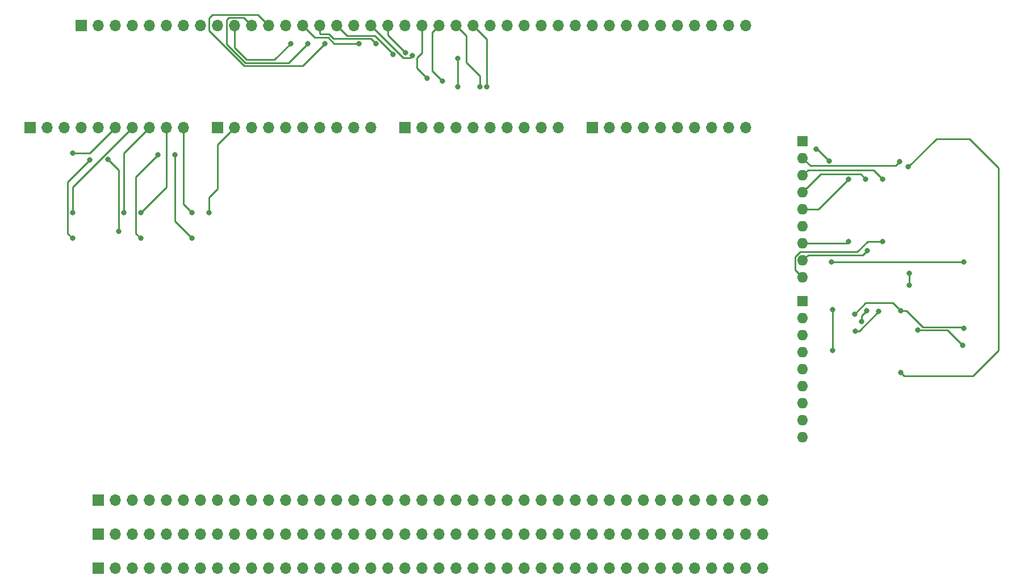
<source format=gbr>
%TF.GenerationSoftware,KiCad,Pcbnew,(6.0.6)*%
%TF.CreationDate,2022-07-29T18:16:28+02:00*%
%TF.ProjectId,csr,6373722e-6b69-4636-9164-5f7063625858,rev?*%
%TF.SameCoordinates,Original*%
%TF.FileFunction,Copper,L2,Bot*%
%TF.FilePolarity,Positive*%
%FSLAX46Y46*%
G04 Gerber Fmt 4.6, Leading zero omitted, Abs format (unit mm)*
G04 Created by KiCad (PCBNEW (6.0.6)) date 2022-07-29 18:16:28*
%MOMM*%
%LPD*%
G01*
G04 APERTURE LIST*
%TA.AperFunction,ComponentPad*%
%ADD10R,1.700000X1.700000*%
%TD*%
%TA.AperFunction,ComponentPad*%
%ADD11O,1.700000X1.700000*%
%TD*%
%TA.AperFunction,ComponentPad*%
%ADD12R,1.600000X1.600000*%
%TD*%
%TA.AperFunction,ComponentPad*%
%ADD13O,1.600000X1.600000*%
%TD*%
%TA.AperFunction,ViaPad*%
%ADD14C,0.800000*%
%TD*%
%TA.AperFunction,Conductor*%
%ADD15C,0.250000*%
%TD*%
G04 APERTURE END LIST*
D10*
%TO.P,J8,1,Pin_1*%
%TO.N,in0*%
X54610000Y-364236000D03*
D11*
%TO.P,J8,2,Pin_2*%
%TO.N,in1*%
X57150000Y-364236000D03*
%TO.P,J8,3,Pin_3*%
%TO.N,in2*%
X59690000Y-364236000D03*
%TO.P,J8,4,Pin_4*%
%TO.N,in3*%
X62230000Y-364236000D03*
%TO.P,J8,5,Pin_5*%
%TO.N,in4*%
X64770000Y-364236000D03*
%TO.P,J8,6,Pin_6*%
%TO.N,in5*%
X67310000Y-364236000D03*
%TO.P,J8,7,Pin_7*%
%TO.N,in6*%
X69850000Y-364236000D03*
%TO.P,J8,8,Pin_8*%
%TO.N,in7*%
X72390000Y-364236000D03*
%TO.P,J8,9,Pin_9*%
%TO.N,in8*%
X74930000Y-364236000D03*
%TO.P,J8,10,Pin_10*%
%TO.N,in9*%
X77470000Y-364236000D03*
%TO.P,J8,11,Pin_11*%
%TO.N,in10*%
X80010000Y-364236000D03*
%TO.P,J8,12,Pin_12*%
%TO.N,in11*%
X82550000Y-364236000D03*
%TO.P,J8,13,Pin_13*%
%TO.N,in12*%
X85090000Y-364236000D03*
%TO.P,J8,14,Pin_14*%
%TO.N,in13*%
X87630000Y-364236000D03*
%TO.P,J8,15,Pin_15*%
%TO.N,in14*%
X90170000Y-364236000D03*
%TO.P,J8,16,Pin_16*%
%TO.N,in15*%
X92710000Y-364236000D03*
%TO.P,J8,17,Pin_17*%
%TO.N,in16*%
X95250000Y-364236000D03*
%TO.P,J8,18,Pin_18*%
%TO.N,in17*%
X97790000Y-364236000D03*
%TO.P,J8,19,Pin_19*%
%TO.N,in18*%
X100330000Y-364236000D03*
%TO.P,J8,20,Pin_20*%
%TO.N,in19*%
X102870000Y-364236000D03*
%TO.P,J8,21,Pin_21*%
%TO.N,in20*%
X105410000Y-364236000D03*
%TO.P,J8,22,Pin_22*%
%TO.N,in21*%
X107950000Y-364236000D03*
%TO.P,J8,23,Pin_23*%
%TO.N,in22*%
X110490000Y-364236000D03*
%TO.P,J8,24,Pin_24*%
%TO.N,in23*%
X113030000Y-364236000D03*
%TO.P,J8,25,Pin_25*%
%TO.N,in24*%
X115570000Y-364236000D03*
%TO.P,J8,26,Pin_26*%
%TO.N,in25*%
X118110000Y-364236000D03*
%TO.P,J8,27,Pin_27*%
%TO.N,in26*%
X120650000Y-364236000D03*
%TO.P,J8,28,Pin_28*%
%TO.N,in27*%
X123190000Y-364236000D03*
%TO.P,J8,29,Pin_29*%
%TO.N,in28*%
X125730000Y-364236000D03*
%TO.P,J8,30,Pin_30*%
%TO.N,in29*%
X128270000Y-364236000D03*
%TO.P,J8,31,Pin_31*%
%TO.N,in30*%
X130810000Y-364236000D03*
%TO.P,J8,32,Pin_32*%
%TO.N,in31*%
X133350000Y-364236000D03*
%TO.P,J8,33,Pin_33*%
%TO.N,unconnected-(J8-Pad33)*%
X135890000Y-364236000D03*
%TO.P,J8,34,Pin_34*%
%TO.N,~{write}*%
X138430000Y-364236000D03*
%TO.P,J8,35,Pin_35*%
%TO.N,unconnected-(J8-Pad35)*%
X140970000Y-364236000D03*
%TO.P,J8,36,Pin_36*%
%TO.N,unconnected-(J8-Pad36)*%
X143510000Y-364236000D03*
%TO.P,J8,37,Pin_37*%
%TO.N,unconnected-(J8-Pad37)*%
X146050000Y-364236000D03*
%TO.P,J8,38,Pin_38*%
%TO.N,unconnected-(J8-Pad38)*%
X148590000Y-364236000D03*
%TO.P,J8,39,Pin_39*%
%TO.N,unconnected-(J8-Pad39)*%
X151130000Y-364236000D03*
%TO.P,J8,40,Pin_40*%
%TO.N,unconnected-(J8-Pad40)*%
X153670000Y-364236000D03*
%TD*%
D10*
%TO.P,J7,1,Pin_1*%
%TO.N,cin0*%
X54610000Y-369316000D03*
D11*
%TO.P,J7,2,Pin_2*%
%TO.N,cin1*%
X57150000Y-369316000D03*
%TO.P,J7,3,Pin_3*%
%TO.N,cin2*%
X59690000Y-369316000D03*
%TO.P,J7,4,Pin_4*%
%TO.N,cin3*%
X62230000Y-369316000D03*
%TO.P,J7,5,Pin_5*%
%TO.N,cin4*%
X64770000Y-369316000D03*
%TO.P,J7,6,Pin_6*%
%TO.N,cin5*%
X67310000Y-369316000D03*
%TO.P,J7,7,Pin_7*%
%TO.N,cin6*%
X69850000Y-369316000D03*
%TO.P,J7,8,Pin_8*%
%TO.N,cin7*%
X72390000Y-369316000D03*
%TO.P,J7,9,Pin_9*%
%TO.N,cin8*%
X74930000Y-369316000D03*
%TO.P,J7,10,Pin_10*%
%TO.N,cin9*%
X77470000Y-369316000D03*
%TO.P,J7,11,Pin_11*%
%TO.N,cin10*%
X80010000Y-369316000D03*
%TO.P,J7,12,Pin_12*%
%TO.N,cin11*%
X82550000Y-369316000D03*
%TO.P,J7,13,Pin_13*%
%TO.N,cin12*%
X85090000Y-369316000D03*
%TO.P,J7,14,Pin_14*%
%TO.N,cin13*%
X87630000Y-369316000D03*
%TO.P,J7,15,Pin_15*%
%TO.N,cin14*%
X90170000Y-369316000D03*
%TO.P,J7,16,Pin_16*%
%TO.N,cin15*%
X92710000Y-369316000D03*
%TO.P,J7,17,Pin_17*%
%TO.N,cin16*%
X95250000Y-369316000D03*
%TO.P,J7,18,Pin_18*%
%TO.N,cin17*%
X97790000Y-369316000D03*
%TO.P,J7,19,Pin_19*%
%TO.N,cin18*%
X100330000Y-369316000D03*
%TO.P,J7,20,Pin_20*%
%TO.N,cin19*%
X102870000Y-369316000D03*
%TO.P,J7,21,Pin_21*%
%TO.N,cin20*%
X105410000Y-369316000D03*
%TO.P,J7,22,Pin_22*%
%TO.N,cin21*%
X107950000Y-369316000D03*
%TO.P,J7,23,Pin_23*%
%TO.N,cin22*%
X110490000Y-369316000D03*
%TO.P,J7,24,Pin_24*%
%TO.N,cin23*%
X113030000Y-369316000D03*
%TO.P,J7,25,Pin_25*%
%TO.N,cin24*%
X115570000Y-369316000D03*
%TO.P,J7,26,Pin_26*%
%TO.N,cin25*%
X118110000Y-369316000D03*
%TO.P,J7,27,Pin_27*%
%TO.N,cin26*%
X120650000Y-369316000D03*
%TO.P,J7,28,Pin_28*%
%TO.N,cin27*%
X123190000Y-369316000D03*
%TO.P,J7,29,Pin_29*%
%TO.N,cin28*%
X125730000Y-369316000D03*
%TO.P,J7,30,Pin_30*%
%TO.N,cin29*%
X128270000Y-369316000D03*
%TO.P,J7,31,Pin_31*%
%TO.N,cin30*%
X130810000Y-369316000D03*
%TO.P,J7,32,Pin_32*%
%TO.N,cin31*%
X133350000Y-369316000D03*
%TO.P,J7,33,Pin_33*%
%TO.N,unconnected-(J7-Pad33)*%
X135890000Y-369316000D03*
%TO.P,J7,34,Pin_34*%
%TO.N,~{cwrite}*%
X138430000Y-369316000D03*
%TO.P,J7,35,Pin_35*%
%TO.N,unconnected-(J7-Pad35)*%
X140970000Y-369316000D03*
%TO.P,J7,36,Pin_36*%
%TO.N,unconnected-(J7-Pad36)*%
X143510000Y-369316000D03*
%TO.P,J7,37,Pin_37*%
%TO.N,unconnected-(J7-Pad37)*%
X146050000Y-369316000D03*
%TO.P,J7,38,Pin_38*%
%TO.N,unconnected-(J7-Pad38)*%
X148590000Y-369316000D03*
%TO.P,J7,39,Pin_39*%
%TO.N,+5V*%
X151130000Y-369316000D03*
%TO.P,J7,40,Pin_40*%
%TO.N,GND*%
X153670000Y-369316000D03*
%TD*%
D10*
%TO.P,J6,1,Pin_1*%
%TO.N,GND*%
X128270000Y-308610000D03*
D11*
%TO.P,J6,2,Pin_2*%
%TO.N,+5V*%
X130810000Y-308610000D03*
%TO.P,J6,3,Pin_3*%
%TO.N,cur24*%
X133350000Y-308610000D03*
%TO.P,J6,4,Pin_4*%
%TO.N,cur25*%
X135890000Y-308610000D03*
%TO.P,J6,5,Pin_5*%
%TO.N,cur26*%
X138430000Y-308610000D03*
%TO.P,J6,6,Pin_6*%
%TO.N,cur27*%
X140970000Y-308610000D03*
%TO.P,J6,7,Pin_7*%
%TO.N,cur28*%
X143510000Y-308610000D03*
%TO.P,J6,8,Pin_8*%
%TO.N,cur29*%
X146050000Y-308610000D03*
%TO.P,J6,9,Pin_9*%
%TO.N,cur30*%
X148590000Y-308610000D03*
%TO.P,J6,10,Pin_10*%
%TO.N,cur31*%
X151130000Y-308610000D03*
%TD*%
D10*
%TO.P,J5,1,Pin_1*%
%TO.N,GND*%
X100330000Y-308610000D03*
D11*
%TO.P,J5,2,Pin_2*%
%TO.N,+5V*%
X102870000Y-308610000D03*
%TO.P,J5,3,Pin_3*%
%TO.N,cur16*%
X105410000Y-308610000D03*
%TO.P,J5,4,Pin_4*%
%TO.N,cur17*%
X107950000Y-308610000D03*
%TO.P,J5,5,Pin_5*%
%TO.N,cur18*%
X110490000Y-308610000D03*
%TO.P,J5,6,Pin_6*%
%TO.N,cur19*%
X113030000Y-308610000D03*
%TO.P,J5,7,Pin_7*%
%TO.N,cur20*%
X115570000Y-308610000D03*
%TO.P,J5,8,Pin_8*%
%TO.N,cur21*%
X118110000Y-308610000D03*
%TO.P,J5,9,Pin_9*%
%TO.N,cur22*%
X120650000Y-308610000D03*
%TO.P,J5,10,Pin_10*%
%TO.N,cur23*%
X123190000Y-308610000D03*
%TD*%
D10*
%TO.P,J4,1,Pin_1*%
%TO.N,GND*%
X72390000Y-308610000D03*
D11*
%TO.P,J4,2,Pin_2*%
%TO.N,+5V*%
X74930000Y-308610000D03*
%TO.P,J4,3,Pin_3*%
%TO.N,cur8*%
X77470000Y-308610000D03*
%TO.P,J4,4,Pin_4*%
%TO.N,cur9*%
X80010000Y-308610000D03*
%TO.P,J4,5,Pin_5*%
%TO.N,cur10*%
X82550000Y-308610000D03*
%TO.P,J4,6,Pin_6*%
%TO.N,cur11*%
X85090000Y-308610000D03*
%TO.P,J4,7,Pin_7*%
%TO.N,cur12*%
X87630000Y-308610000D03*
%TO.P,J4,8,Pin_8*%
%TO.N,cur13*%
X90170000Y-308610000D03*
%TO.P,J4,9,Pin_9*%
%TO.N,cur14*%
X92710000Y-308610000D03*
%TO.P,J4,10,Pin_10*%
%TO.N,cur15*%
X95250000Y-308610000D03*
%TD*%
D10*
%TO.P,J3,1,Pin_1*%
%TO.N,GND*%
X44450000Y-308610000D03*
D11*
%TO.P,J3,2,Pin_2*%
%TO.N,+5V*%
X46990000Y-308610000D03*
%TO.P,J3,3,Pin_3*%
%TO.N,cur0*%
X49530000Y-308610000D03*
%TO.P,J3,4,Pin_4*%
%TO.N,cur1*%
X52070000Y-308610000D03*
%TO.P,J3,5,Pin_5*%
%TO.N,cur2*%
X54610000Y-308610000D03*
%TO.P,J3,6,Pin_6*%
%TO.N,cur3*%
X57150000Y-308610000D03*
%TO.P,J3,7,Pin_7*%
%TO.N,cur4*%
X59690000Y-308610000D03*
%TO.P,J3,8,Pin_8*%
%TO.N,cur5*%
X62230000Y-308610000D03*
%TO.P,J3,9,Pin_9*%
%TO.N,cur6*%
X64770000Y-308610000D03*
%TO.P,J3,10,Pin_10*%
%TO.N,cur7*%
X67310000Y-308610000D03*
%TD*%
D10*
%TO.P,J2,1,Pin_1*%
%TO.N,out0*%
X52070000Y-293370000D03*
D11*
%TO.P,J2,2,Pin_2*%
%TO.N,out1*%
X54610000Y-293370000D03*
%TO.P,J2,3,Pin_3*%
%TO.N,out2*%
X57150000Y-293370000D03*
%TO.P,J2,4,Pin_4*%
%TO.N,out3*%
X59690000Y-293370000D03*
%TO.P,J2,5,Pin_5*%
%TO.N,out4*%
X62230000Y-293370000D03*
%TO.P,J2,6,Pin_6*%
%TO.N,out5*%
X64770000Y-293370000D03*
%TO.P,J2,7,Pin_7*%
%TO.N,out6*%
X67310000Y-293370000D03*
%TO.P,J2,8,Pin_8*%
%TO.N,out7*%
X69850000Y-293370000D03*
%TO.P,J2,9,Pin_9*%
%TO.N,out8*%
X72390000Y-293370000D03*
%TO.P,J2,10,Pin_10*%
%TO.N,out9*%
X74930000Y-293370000D03*
%TO.P,J2,11,Pin_11*%
%TO.N,out10*%
X77470000Y-293370000D03*
%TO.P,J2,12,Pin_12*%
%TO.N,out11*%
X80010000Y-293370000D03*
%TO.P,J2,13,Pin_13*%
%TO.N,out12*%
X82550000Y-293370000D03*
%TO.P,J2,14,Pin_14*%
%TO.N,out13*%
X85090000Y-293370000D03*
%TO.P,J2,15,Pin_15*%
%TO.N,out14*%
X87630000Y-293370000D03*
%TO.P,J2,16,Pin_16*%
%TO.N,out15*%
X90170000Y-293370000D03*
%TO.P,J2,17,Pin_17*%
%TO.N,out16*%
X92710000Y-293370000D03*
%TO.P,J2,18,Pin_18*%
%TO.N,out17*%
X95250000Y-293370000D03*
%TO.P,J2,19,Pin_19*%
%TO.N,out18*%
X97790000Y-293370000D03*
%TO.P,J2,20,Pin_20*%
%TO.N,out19*%
X100330000Y-293370000D03*
%TO.P,J2,21,Pin_21*%
%TO.N,out20*%
X102870000Y-293370000D03*
%TO.P,J2,22,Pin_22*%
%TO.N,out21*%
X105410000Y-293370000D03*
%TO.P,J2,23,Pin_23*%
%TO.N,out22*%
X107950000Y-293370000D03*
%TO.P,J2,24,Pin_24*%
%TO.N,out23*%
X110490000Y-293370000D03*
%TO.P,J2,25,Pin_25*%
%TO.N,out24*%
X113030000Y-293370000D03*
%TO.P,J2,26,Pin_26*%
%TO.N,out25*%
X115570000Y-293370000D03*
%TO.P,J2,27,Pin_27*%
%TO.N,out26*%
X118110000Y-293370000D03*
%TO.P,J2,28,Pin_28*%
%TO.N,out27*%
X120650000Y-293370000D03*
%TO.P,J2,29,Pin_29*%
%TO.N,out28*%
X123190000Y-293370000D03*
%TO.P,J2,30,Pin_30*%
%TO.N,out29*%
X125730000Y-293370000D03*
%TO.P,J2,31,Pin_31*%
%TO.N,out30*%
X128270000Y-293370000D03*
%TO.P,J2,32,Pin_32*%
%TO.N,out31*%
X130810000Y-293370000D03*
%TO.P,J2,33,Pin_33*%
%TO.N,unconnected-(J2-Pad33)*%
X133350000Y-293370000D03*
%TO.P,J2,34,Pin_34*%
%TO.N,unconnected-(J2-Pad34)*%
X135890000Y-293370000D03*
%TO.P,J2,35,Pin_35*%
%TO.N,unconnected-(J2-Pad35)*%
X138430000Y-293370000D03*
%TO.P,J2,36,Pin_36*%
%TO.N,unconnected-(J2-Pad36)*%
X140970000Y-293370000D03*
%TO.P,J2,37,Pin_37*%
%TO.N,unconnected-(J2-Pad37)*%
X143510000Y-293370000D03*
%TO.P,J2,38,Pin_38*%
%TO.N,unconnected-(J2-Pad38)*%
X146050000Y-293370000D03*
%TO.P,J2,39,Pin_39*%
%TO.N,unconnected-(J2-Pad39)*%
X148590000Y-293370000D03*
%TO.P,J2,40,Pin_40*%
%TO.N,unconnected-(J2-Pad40)*%
X151130000Y-293370000D03*
%TD*%
D10*
%TO.P,J1,1,Pin_1*%
%TO.N,cin0*%
X54610000Y-374396000D03*
D11*
%TO.P,J1,2,Pin_2*%
%TO.N,cin1*%
X57150000Y-374396000D03*
%TO.P,J1,3,Pin_3*%
%TO.N,cin2*%
X59690000Y-374396000D03*
%TO.P,J1,4,Pin_4*%
%TO.N,cin3*%
X62230000Y-374396000D03*
%TO.P,J1,5,Pin_5*%
%TO.N,cin4*%
X64770000Y-374396000D03*
%TO.P,J1,6,Pin_6*%
%TO.N,cin5*%
X67310000Y-374396000D03*
%TO.P,J1,7,Pin_7*%
%TO.N,cin6*%
X69850000Y-374396000D03*
%TO.P,J1,8,Pin_8*%
%TO.N,cin7*%
X72390000Y-374396000D03*
%TO.P,J1,9,Pin_9*%
%TO.N,cin8*%
X74930000Y-374396000D03*
%TO.P,J1,10,Pin_10*%
%TO.N,cin9*%
X77470000Y-374396000D03*
%TO.P,J1,11,Pin_11*%
%TO.N,cin10*%
X80010000Y-374396000D03*
%TO.P,J1,12,Pin_12*%
%TO.N,cin11*%
X82550000Y-374396000D03*
%TO.P,J1,13,Pin_13*%
%TO.N,cin12*%
X85090000Y-374396000D03*
%TO.P,J1,14,Pin_14*%
%TO.N,cin13*%
X87630000Y-374396000D03*
%TO.P,J1,15,Pin_15*%
%TO.N,cin14*%
X90170000Y-374396000D03*
%TO.P,J1,16,Pin_16*%
%TO.N,cin15*%
X92710000Y-374396000D03*
%TO.P,J1,17,Pin_17*%
%TO.N,cin16*%
X95250000Y-374396000D03*
%TO.P,J1,18,Pin_18*%
%TO.N,cin17*%
X97790000Y-374396000D03*
%TO.P,J1,19,Pin_19*%
%TO.N,cin18*%
X100330000Y-374396000D03*
%TO.P,J1,20,Pin_20*%
%TO.N,cin19*%
X102870000Y-374396000D03*
%TO.P,J1,21,Pin_21*%
%TO.N,cin20*%
X105410000Y-374396000D03*
%TO.P,J1,22,Pin_22*%
%TO.N,cin21*%
X107950000Y-374396000D03*
%TO.P,J1,23,Pin_23*%
%TO.N,cin22*%
X110490000Y-374396000D03*
%TO.P,J1,24,Pin_24*%
%TO.N,cin23*%
X113030000Y-374396000D03*
%TO.P,J1,25,Pin_25*%
%TO.N,cin24*%
X115570000Y-374396000D03*
%TO.P,J1,26,Pin_26*%
%TO.N,cin25*%
X118110000Y-374396000D03*
%TO.P,J1,27,Pin_27*%
%TO.N,cin26*%
X120650000Y-374396000D03*
%TO.P,J1,28,Pin_28*%
%TO.N,cin27*%
X123190000Y-374396000D03*
%TO.P,J1,29,Pin_29*%
%TO.N,cin28*%
X125730000Y-374396000D03*
%TO.P,J1,30,Pin_30*%
%TO.N,cin29*%
X128270000Y-374396000D03*
%TO.P,J1,31,Pin_31*%
%TO.N,cin30*%
X130810000Y-374396000D03*
%TO.P,J1,32,Pin_32*%
%TO.N,cin31*%
X133350000Y-374396000D03*
%TO.P,J1,33,Pin_33*%
%TO.N,~{read}*%
X135890000Y-374396000D03*
%TO.P,J1,34,Pin_34*%
%TO.N,~{cwrite}*%
X138430000Y-374396000D03*
%TO.P,J1,35,Pin_35*%
%TO.N,unconnected-(J1-Pad35)*%
X140970000Y-374396000D03*
%TO.P,J1,36,Pin_36*%
%TO.N,unconnected-(J1-Pad36)*%
X143510000Y-374396000D03*
%TO.P,J1,37,Pin_37*%
%TO.N,unconnected-(J1-Pad37)*%
X146050000Y-374396000D03*
%TO.P,J1,38,Pin_38*%
%TO.N,unconnected-(J1-Pad38)*%
X148590000Y-374396000D03*
%TO.P,J1,39,Pin_39*%
%TO.N,unconnected-(J1-Pad39)*%
X151130000Y-374396000D03*
%TO.P,J1,40,Pin_40*%
%TO.N,unconnected-(J1-Pad40)*%
X153670000Y-374396000D03*
%TD*%
D12*
%TO.P,RN1,1,common*%
%TO.N,GND*%
X159639000Y-310627000D03*
D13*
%TO.P,RN1,2,R1*%
%TO.N,ca0*%
X159639000Y-313167000D03*
%TO.P,RN1,3,R2*%
%TO.N,ca1*%
X159639000Y-315707000D03*
%TO.P,RN1,4,R3*%
%TO.N,ca2*%
X159639000Y-318247000D03*
%TO.P,RN1,5,R4*%
%TO.N,ca3*%
X159639000Y-320787000D03*
%TO.P,RN1,6,R5*%
%TO.N,ca4*%
X159639000Y-323327000D03*
%TO.P,RN1,7,R6*%
%TO.N,ca5*%
X159639000Y-325867000D03*
%TO.P,RN1,8,R7*%
%TO.N,ca6*%
X159639000Y-328407000D03*
%TO.P,RN1,9,R8*%
%TO.N,ca7*%
X159639000Y-330947000D03*
%TD*%
D12*
%TO.P,RN2,1,common*%
%TO.N,GND*%
X159639000Y-334503000D03*
D13*
%TO.P,RN2,2,R1*%
%TO.N,ca8*%
X159639000Y-337043000D03*
%TO.P,RN2,3,R2*%
%TO.N,ca9*%
X159639000Y-339583000D03*
%TO.P,RN2,4,R3*%
%TO.N,ca10*%
X159639000Y-342123000D03*
%TO.P,RN2,5,R4*%
%TO.N,ca11*%
X159639000Y-344663000D03*
%TO.P,RN2,6,R5*%
%TO.N,unconnected-(RN2-Pad6)*%
X159639000Y-347203000D03*
%TO.P,RN2,7,R6*%
%TO.N,unconnected-(RN2-Pad7)*%
X159639000Y-349743000D03*
%TO.P,RN2,8,R7*%
%TO.N,unconnected-(RN2-Pad8)*%
X159639000Y-352283000D03*
%TO.P,RN2,9,R8*%
%TO.N,unconnected-(RN2-Pad9)*%
X159639000Y-354823000D03*
%TD*%
D14*
%TO.N,Net-(U1-Pad2)*%
X66040000Y-312674000D03*
X68580000Y-325120000D03*
%TO.N,Net-(U1-Pad5)*%
X63500000Y-312674000D03*
X60960000Y-325120000D03*
%TO.N,Net-(U1-Pad6)*%
X56011299Y-313313299D03*
X57658000Y-324104000D03*
%TO.N,Net-(U1-Pad9)*%
X53340000Y-313436000D03*
X50800000Y-325120000D03*
%TO.N,+5V*%
X71120000Y-321310000D03*
%TO.N,cur7*%
X68580000Y-321310000D03*
%TO.N,cur6*%
X60960000Y-321310000D03*
%TO.N,cur5*%
X58420000Y-321310000D03*
%TO.N,cur4*%
X50800000Y-321310000D03*
%TO.N,cur3*%
X50800000Y-312420000D03*
%TO.N,out17*%
X101414971Y-297873975D03*
%TO.N,out18*%
X100401500Y-297429701D03*
%TO.N,out21*%
X105918000Y-301634500D03*
%TO.N,out20*%
X103632000Y-301244000D03*
%TO.N,out23*%
X112522000Y-302534500D03*
%TO.N,out22*%
X111506000Y-302514000D03*
%TO.N,out16*%
X108204000Y-298298000D03*
X108204000Y-302514000D03*
%TO.N,out15*%
X98552000Y-297688000D03*
%TO.N,out14*%
X96012000Y-296037000D03*
%TO.N,out13*%
X93472000Y-296037000D03*
%TO.N,out11*%
X88392000Y-296037000D03*
%TO.N,out10*%
X85852000Y-296037000D03*
%TO.N,out9*%
X83312000Y-296037000D03*
%TO.N,GND*%
X164084000Y-335788000D03*
X161671000Y-311785000D03*
X163576000Y-313563000D03*
X164084000Y-341884000D03*
X175514000Y-332105000D03*
X175514000Y-330327000D03*
%TO.N,ca0*%
X174117000Y-313690000D03*
%TO.N,ca1*%
X171577000Y-316279000D03*
%TO.N,ca2*%
X169037000Y-316279000D03*
%TO.N,ca3*%
X166497000Y-316279000D03*
%TO.N,ca4*%
X183642000Y-328676000D03*
X163957000Y-328676000D03*
%TO.N,ca5*%
X166497000Y-325579000D03*
%TO.N,ca6*%
X169227500Y-326961500D03*
%TO.N,ca7*%
X171577000Y-325579000D03*
%TO.N,ca8*%
X167386000Y-336423000D03*
X183642000Y-338582000D03*
X174244000Y-335915000D03*
%TO.N,ca9*%
X170942000Y-336042000D03*
X167513000Y-338963000D03*
%TO.N,ca10*%
X169164000Y-335915000D03*
X168402000Y-337566000D03*
%TO.N,ca11*%
X176784000Y-338836000D03*
X183515000Y-341122000D03*
%TO.N,Net-(U3-Pad1)*%
X174244000Y-345186000D03*
X175387000Y-314452000D03*
%TD*%
D15*
%TO.N,Net-(U1-Pad2)*%
X66040000Y-312674000D02*
X66040000Y-322580000D01*
X66040000Y-322580000D02*
X68580000Y-325120000D01*
%TO.N,Net-(U1-Pad5)*%
X63500000Y-312674000D02*
X60235000Y-315939000D01*
X60235000Y-315939000D02*
X60235000Y-324395000D01*
X60235000Y-324395000D02*
X60960000Y-325120000D01*
%TO.N,Net-(U1-Pad6)*%
X56011299Y-313313299D02*
X57658000Y-314960000D01*
X57658000Y-314960000D02*
X57658000Y-324104000D01*
%TO.N,Net-(U1-Pad9)*%
X53340000Y-313436000D02*
X50075000Y-316701000D01*
X50075000Y-316701000D02*
X50075000Y-324395000D01*
X50075000Y-324395000D02*
X50800000Y-325120000D01*
%TO.N,+5V*%
X72390000Y-311150000D02*
X72390000Y-317754000D01*
X74930000Y-308610000D02*
X72390000Y-311150000D01*
X71120000Y-319024000D02*
X71120000Y-321310000D01*
X72390000Y-317754000D02*
X71120000Y-319024000D01*
%TO.N,cur7*%
X67310000Y-308610000D02*
X67310000Y-320040000D01*
X67310000Y-320040000D02*
X68580000Y-321310000D01*
%TO.N,cur6*%
X64770000Y-308610000D02*
X64770000Y-317500000D01*
X64770000Y-317500000D02*
X60960000Y-321310000D01*
%TO.N,cur5*%
X62230000Y-308610000D02*
X58420000Y-312420000D01*
X58420000Y-312420000D02*
X58420000Y-321310000D01*
%TO.N,cur4*%
X59690000Y-308610000D02*
X50800000Y-317500000D01*
X50800000Y-317500000D02*
X50800000Y-321310000D01*
%TO.N,cur3*%
X57150000Y-308610000D02*
X53340000Y-312420000D01*
X53340000Y-312420000D02*
X50800000Y-312420000D01*
%TO.N,out17*%
X101414971Y-297873975D02*
X101134245Y-298154701D01*
X101134245Y-298154701D02*
X100044006Y-298154701D01*
X100044006Y-298154701D02*
X95259305Y-293370000D01*
X95259305Y-293370000D02*
X95250000Y-293370000D01*
%TO.N,out18*%
X100401500Y-297429701D02*
X97790000Y-294818201D01*
X97790000Y-294818201D02*
X97790000Y-293370000D01*
%TO.N,out22*%
X109474000Y-298835500D02*
X109474000Y-294894000D01*
X109474000Y-294894000D02*
X107950000Y-293370000D01*
%TO.N,out20*%
X102108000Y-298196000D02*
X102870000Y-297434000D01*
X102870000Y-297434000D02*
X102870000Y-293370000D01*
%TO.N,out21*%
X105918000Y-301634500D02*
X104394000Y-300110500D01*
X104394000Y-300110500D02*
X104394000Y-294386000D01*
X104394000Y-294386000D02*
X105410000Y-293370000D01*
%TO.N,out20*%
X103632000Y-301244000D02*
X102108000Y-299720000D01*
X102108000Y-299720000D02*
X102108000Y-298196000D01*
%TO.N,out23*%
X112522000Y-302534500D02*
X112522000Y-295402000D01*
X112522000Y-295402000D02*
X110490000Y-293370000D01*
%TO.N,out22*%
X111506000Y-300867500D02*
X111506000Y-302514000D01*
X109474000Y-298835500D02*
X111506000Y-300867500D01*
%TO.N,out16*%
X108204000Y-298704000D02*
X108204000Y-302514000D01*
%TO.N,out15*%
X90170000Y-293370000D02*
X91662000Y-294862000D01*
X91662000Y-294862000D02*
X95862305Y-294862000D01*
X95862305Y-294862000D02*
X98552000Y-297551695D01*
X98552000Y-297551695D02*
X98552000Y-297688000D01*
%TO.N,out14*%
X89028396Y-294640000D02*
X89700396Y-295312000D01*
X87630000Y-293370000D02*
X87630000Y-294572081D01*
X87630000Y-294572081D02*
X87697919Y-294640000D01*
X95287000Y-295312000D02*
X96012000Y-296037000D01*
X87697919Y-294640000D02*
X89028396Y-294640000D01*
X89700396Y-295312000D02*
X95287000Y-295312000D01*
%TO.N,out13*%
X88900000Y-295148000D02*
X89789000Y-296037000D01*
X89789000Y-296037000D02*
X93472000Y-296037000D01*
X86868000Y-295148000D02*
X88900000Y-295148000D01*
X85090000Y-293370000D02*
X86868000Y-295148000D01*
%TO.N,out11*%
X71120000Y-294134792D02*
X76335208Y-299350000D01*
X80010000Y-293370000D02*
X78373557Y-291733557D01*
X78373557Y-291733557D02*
X71619444Y-291733557D01*
X76335208Y-299350000D02*
X85079000Y-299350000D01*
X71619444Y-291733557D02*
X71120000Y-292233001D01*
X71120000Y-292233001D02*
X71120000Y-294134792D01*
X85079000Y-299350000D02*
X88392000Y-296037000D01*
%TO.N,out10*%
X77470000Y-293370000D02*
X76295000Y-292195000D01*
X76295000Y-292195000D02*
X74072999Y-292195000D01*
X73755000Y-292512999D02*
X73755000Y-296133396D01*
X74072999Y-292195000D02*
X73755000Y-292512999D01*
X73755000Y-296133396D02*
X76521604Y-298900000D01*
X76521604Y-298900000D02*
X82989000Y-298900000D01*
X82989000Y-298900000D02*
X85852000Y-296037000D01*
%TO.N,out9*%
X74930000Y-296672000D02*
X76708000Y-298450000D01*
X74930000Y-293370000D02*
X74930000Y-296672000D01*
X76708000Y-298450000D02*
X80899000Y-298450000D01*
X80899000Y-298450000D02*
X83312000Y-296037000D01*
%TO.N,GND*%
X163576000Y-313563000D02*
X161798000Y-311785000D01*
X175514000Y-332105000D02*
X175514000Y-330327000D01*
X161798000Y-311785000D02*
X161671000Y-311785000D01*
X164084000Y-335788000D02*
X164084000Y-341884000D01*
%TO.N,ca0*%
X160760000Y-314288000D02*
X173519000Y-314288000D01*
X173519000Y-314288000D02*
X174117000Y-313690000D01*
X159639000Y-313167000D02*
X160760000Y-314288000D01*
%TO.N,ca1*%
X159639000Y-315707000D02*
X160438999Y-314907001D01*
X160438999Y-314907001D02*
X170205001Y-314907001D01*
X170205001Y-314907001D02*
X171577000Y-316279000D01*
%TO.N,ca2*%
X159639000Y-318247000D02*
X162332000Y-315554000D01*
X168312000Y-315554000D02*
X169037000Y-316279000D01*
X162332000Y-315554000D02*
X168312000Y-315554000D01*
%TO.N,ca3*%
X161989000Y-320787000D02*
X166497000Y-316279000D01*
X159639000Y-320787000D02*
X161989000Y-320787000D01*
%TO.N,ca4*%
X183642000Y-328676000D02*
X163957000Y-328676000D01*
%TO.N,ca5*%
X166209000Y-325867000D02*
X166497000Y-325579000D01*
X159639000Y-325867000D02*
X166209000Y-325867000D01*
%TO.N,ca6*%
X160438999Y-327607001D02*
X168581999Y-327607001D01*
X168581999Y-327607001D02*
X169227500Y-326961500D01*
X159639000Y-328407000D02*
X160438999Y-327607001D01*
%TO.N,ca7*%
X167767698Y-327151302D02*
X169340000Y-325579000D01*
X158514000Y-327863000D02*
X159225698Y-327151302D01*
X169340000Y-325579000D02*
X171577000Y-325579000D01*
X158514000Y-329822000D02*
X158514000Y-327863000D01*
X159639000Y-330947000D02*
X158514000Y-329822000D01*
X159225698Y-327151302D02*
X167767698Y-327151302D01*
%TO.N,ca8*%
X175075000Y-335915000D02*
X177546000Y-338386000D01*
X169037000Y-334772000D02*
X173101000Y-334772000D01*
X174244000Y-335915000D02*
X175075000Y-335915000D01*
X177546000Y-338386000D02*
X183446000Y-338386000D01*
X167386000Y-336423000D02*
X169037000Y-334772000D01*
X173101000Y-334772000D02*
X174244000Y-335915000D01*
X183446000Y-338386000D02*
X183642000Y-338582000D01*
%TO.N,ca9*%
X170942000Y-336051305D02*
X170942000Y-336042000D01*
X168030305Y-338963000D02*
X170942000Y-336051305D01*
X167513000Y-338963000D02*
X168030305Y-338963000D01*
%TO.N,ca10*%
X168402000Y-337566000D02*
X168402000Y-336677000D01*
X168402000Y-336677000D02*
X169164000Y-335915000D01*
%TO.N,ca11*%
X183515000Y-341122000D02*
X181229000Y-338836000D01*
X176911000Y-338836000D02*
X176784000Y-338836000D01*
X181229000Y-338836000D02*
X176911000Y-338836000D01*
%TO.N,Net-(U3-Pad1)*%
X184531000Y-310261000D02*
X188849000Y-314579000D01*
X175387000Y-314452000D02*
X179578000Y-310261000D01*
X174752000Y-345694000D02*
X174244000Y-345186000D01*
X179578000Y-310261000D02*
X184531000Y-310261000D01*
X188849000Y-341884000D02*
X185039000Y-345694000D01*
X188849000Y-314579000D02*
X188849000Y-341884000D01*
X185039000Y-345694000D02*
X174752000Y-345694000D01*
%TD*%
M02*

</source>
